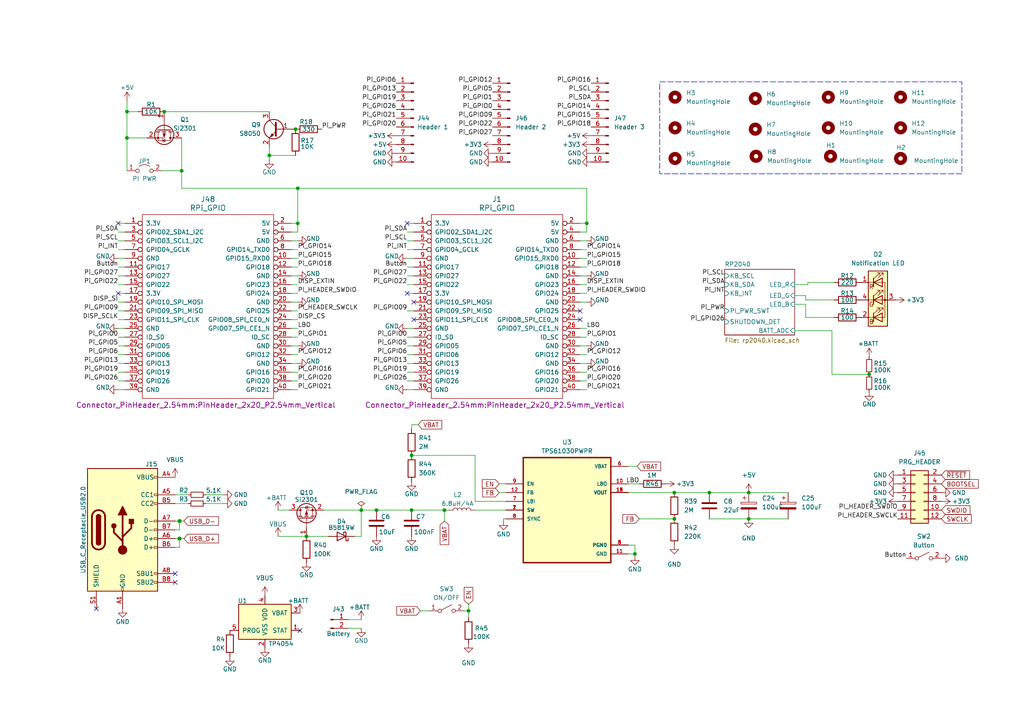
<source format=kicad_sch>
(kicad_sch (version 20230121) (generator eeschema)
  (paper "A4")
  (title_block (title "Beepy") (date "2023-04-21") (rev "1.0") (comment 1 "CERN Open Hardware Licence v1.2") (comment 2 "https://github.com/sqfmi/beepy-hardware") (comment 3 "Designed by SQFMI"))
  (lib_symbols
    (symbol "Battery_Management:MCP73831-2-OT" (pin_names (offset 1.016))
      (property "Reference" "U" (at -7.62 6.35 0))
      (property "Value" "MCP73831-2-OT" (at 1.27 6.35 0))
      (symbol "MCP73831-2-OT_1_1"
        (pin output line (at 10.16 -2.54 180) (length 2.54) (name "STAT") (number "1"))
        (pin power_in line (at 0 -7.62 90) (length 2.54) (name "VSS") (number "2"))
        (pin power_out line (at 10.16 2.54 180) (length 2.54) (name "VBAT") (number "3"))
        (pin power_in line (at 0 7.62 270) (length 2.54) (name "VDD") (number "4"))
        (pin input line (at -10.16 -2.54 0) (length 2.54) (name "PROG") (number "5"))
      )
    )
    (symbol "Connector-ML:RPi_GPIO" (pin_names (offset 1.016))
      (property "Reference" "J" (at 19.05 6.35 0))
      (property "Value" "RPi_GPIO" (at 19.05 3.81 0))
      (symbol "RPi_GPIO_1_1"
        (pin power_in inverted (at -5.08 0 0) (length 5.08) (name "3.3V") (number "1"))
        (pin bidirectional inverted (at 43.18 -10.16 180) (length 5.08) (name "GPIO15_RXD0") (number "10"))
        (pin bidirectional inverted (at -5.08 -12.7 0) (length 5.08) (name "GPIO17") (number "11"))
        (pin bidirectional inverted (at 43.18 -12.7 180) (length 5.08) (name "GPIO18") (number "12"))
        (pin bidirectional inverted (at -5.08 -15.24 0) (length 5.08) (name "GPIO27") (number "13"))
        (pin power_in inverted (at 43.18 -15.24 180) (length 5.08) (name "GND") (number "14"))
        (pin bidirectional inverted (at -5.08 -17.78 0) (length 5.08) (name "GPIO22") (number "15"))
        (pin bidirectional inverted (at 43.18 -17.78 180) (length 5.08) (name "GPIO23") (number "16"))
        (pin power_in inverted (at -5.08 -20.32 0) (length 5.08) (name "3.3V") (number "17"))
        (pin bidirectional inverted (at 43.18 -20.32 180) (length 5.08) (name "GPIO24") (number "18"))
        (pin bidirectional inverted (at -5.08 -22.86 0) (length 5.08) (name "GPIO10_SPI_MOSI") (number "19"))
        (pin power_in inverted (at 43.18 0 180) (length 5.08) (name "5V") (number "2"))
        (pin power_in inverted (at 43.18 -22.86 180) (length 5.08) (name "GND") (number "20"))
        (pin bidirectional inverted (at -5.08 -25.4 0) (length 5.08) (name "GPIO09_SPI_MISO") (number "21"))
        (pin bidirectional inverted (at 43.18 -25.4 180) (length 5.08) (name "GPIO25") (number "22"))
        (pin bidirectional inverted (at -5.08 -27.94 0) (length 5.08) (name "GPIO11_SPI_CLK") (number "23"))
        (pin bidirectional inverted (at 43.18 -27.94 180) (length 5.08) (name "GPIO08_SPI_CE0_N") (number "24"))
        (pin power_in inverted (at -5.08 -30.48 0) (length 5.08) (name "GND") (number "25"))
        (pin bidirectional inverted (at 43.18 -30.48 180) (length 5.08) (name "GPIO07_SPI_CE1_N") (number "26"))
        (pin bidirectional inverted (at -5.08 -33.02 0) (length 5.08) (name "ID_SD") (number "27"))
        (pin bidirectional inverted (at 43.18 -33.02 180) (length 5.08) (name "ID_SC") (number "28"))
        (pin bidirectional inverted (at -5.08 -35.56 0) (length 5.08) (name "GPIO05") (number "29"))
        (pin bidirectional inverted (at -5.08 -2.54 0) (length 5.08) (name "GPIO02_SDA1_I2C") (number "3"))
        (pin power_in inverted (at 43.18 -35.56 180) (length 5.08) (name "GND") (number "30"))
        (pin bidirectional inverted (at -5.08 -38.1 0) (length 5.08) (name "GPIO06") (number "31"))
        (pin bidirectional inverted (at 43.18 -38.1 180) (length 5.08) (name "GPIO12") (number "32"))
        (pin bidirectional inverted (at -5.08 -40.64 0) (length 5.08) (name "GPIO13") (number "33"))
        (pin power_in inverted (at 43.18 -40.64 180) (length 5.08) (name "GND") (number "34"))
        (pin bidirectional inverted (at -5.08 -43.18 0) (length 5.08) (name "GPIO19") (number "35"))
        (pin bidirectional inverted (at 43.18 -43.18 180) (length 5.08) (name "GPIO16") (number "36"))
        (pin bidirectional inverted (at -5.08 -45.72 0) (length 5.08) (name "GPIO26") (number "37"))
        (pin bidirectional inverted (at 43.18 -45.72 180) (length 5.08) (name "GPIO20") (number "38"))
        (pin power_in inverted (at -5.08 -48.26 0) (length 5.08) (name "GND") (number "39"))
        (pin power_in inverted (at 43.18 -2.54 180) (length 5.08) (name "5V") (number "4"))
        (pin bidirectional inverted (at 43.18 -48.26 180) (length 5.08) (name "GPIO21") (number "40"))
        (pin bidirectional inverted (at -5.08 -5.08 0) (length 5.08) (name "GPIO03_SCL1_I2C") (number "5"))
        (pin power_in inverted (at 43.18 -5.08 180) (length 5.08) (name "GND") (number "6"))
        (pin bidirectional inverted (at -5.08 -7.62 0) (length 5.08) (name "GPIO04_GCLK") (number "7"))
        (pin bidirectional inverted (at 43.18 -7.62 180) (length 5.08) (name "GPIO14_TXD0") (number "8"))
        (pin power_in inverted (at -5.08 -10.16 0) (length 5.08) (name "GND") (number "9"))
      )
    )
    (symbol "Connector:Conn_01x02_Male" (pin_names (offset 1.016) hide)
      (property "Reference" "J" (at 0 2.54 0))
      (property "Value" "Conn_01x02_Male" (at 0 -5.08 0))
      (symbol "Conn_01x02_Male_1_1"
        (pin passive line (at 5.08 0 180) (length 3.81) (name "Pin_1") (number "1"))
        (pin passive line (at 5.08 -2.54 180) (length 3.81) (name "Pin_2") (number "2"))
      )
    )
    (symbol "Connector:Conn_01x10_Male" (pin_names (offset 1.016) hide)
      (property "Reference" "J" (at 0 12.7 0))
      (property "Value" "Conn_01x10_Male" (at 0 -15.24 0))
      (symbol "Conn_01x10_Male_1_1"
        (pin passive line (at 5.08 10.16 180) (length 3.81) (name "Pin_1") (number "1"))
        (pin passive line (at 5.08 -12.7 180) (length 3.81) (name "Pin_10") (number "10"))
        (pin passive line (at 5.08 7.62 180) (length 3.81) (name "Pin_2") (number "2"))
        (pin passive line (at 5.08 5.08 180) (length 3.81) (name "Pin_3") (number "3"))
        (pin passive line (at 5.08 2.54 180) (length 3.81) (name "Pin_4") (number "4"))
        (pin passive line (at 5.08 0 180) (length 3.81) (name "Pin_5") (number "5"))
        (pin passive line (at 5.08 -2.54 180) (length 3.81) (name "Pin_6") (number "6"))
        (pin passive line (at 5.08 -5.08 180) (length 3.81) (name "Pin_7") (number "7"))
        (pin passive line (at 5.08 -7.62 180) (length 3.81) (name "Pin_8") (number "8"))
        (pin passive line (at 5.08 -10.16 180) (length 3.81) (name "Pin_9") (number "9"))
      )
    )
    (symbol "Connector:USB_C_Receptacle_USB2.0" (pin_names (offset 1.016))
      (property "Reference" "J" (at -10.16 19.05 0))
      (property "Value" "USB_C_Receptacle_USB2.0" (at 19.05 19.05 0))
      (symbol "USB_C_Receptacle_USB2.0_1_1"
        (pin passive line (at 0 -22.86 90) (length 5.08) (name "GND") (number "A1"))
        (pin passive line (at 0 -22.86 90) (length 5.08) hide (name "GND") (number "A12"))
        (pin passive line (at 15.24 15.24 180) (length 5.08) (name "VBUS") (number "A4"))
        (pin bidirectional line (at 15.24 10.16 180) (length 5.08) (name "CC1") (number "A5"))
        (pin bidirectional line (at 15.24 -2.54 180) (length 5.08) (name "D+") (number "A6"))
        (pin bidirectional line (at 15.24 2.54 180) (length 5.08) (name "D-") (number "A7"))
        (pin bidirectional line (at 15.24 -12.7 180) (length 5.08) (name "SBU1") (number "A8"))
        (pin passive line (at 15.24 15.24 180) (length 5.08) hide (name "VBUS") (number "A9"))
        (pin passive line (at 0 -22.86 90) (length 5.08) hide (name "GND") (number "B1"))
        (pin passive line (at 0 -22.86 90) (length 5.08) hide (name "GND") (number "B12"))
        (pin passive line (at 15.24 15.24 180) (length 5.08) hide (name "VBUS") (number "B4"))
        (pin bidirectional line (at 15.24 7.62 180) (length 5.08) (name "CC2") (number "B5"))
        (pin bidirectional line (at 15.24 -5.08 180) (length 5.08) (name "D+") (number "B6"))
        (pin bidirectional line (at 15.24 0 180) (length 5.08) (name "D-") (number "B7"))
        (pin bidirectional line (at 15.24 -15.24 180) (length 5.08) (name "SBU2") (number "B8"))
        (pin passive line (at 15.24 15.24 180) (length 5.08) hide (name "VBUS") (number "B9"))
        (pin passive line (at -7.62 -22.86 90) (length 5.08) (name "SHIELD") (number "S1"))
      )
    )
    (symbol "Connector_Generic:Conn_02x06_Odd_Even" (pin_names (offset 1.016) hide)
      (property "Reference" "J" (at 1.27 7.62 0))
      (property "Value" "Conn_02x06_Odd_Even" (at 1.27 -10.16 0))
      (symbol "Conn_02x06_Odd_Even_1_1"
        (pin passive line (at -5.08 5.08 0) (length 3.81) (name "Pin_1") (number "1"))
        (pin passive line (at 7.62 -5.08 180) (length 3.81) (name "Pin_10") (number "10"))
        (pin passive line (at -5.08 -7.62 0) (length 3.81) (name "Pin_11") (number "11"))
        (pin passive line (at 7.62 -7.62 180) (length 3.81) (name "Pin_12") (number "12"))
        (pin passive line (at 7.62 5.08 180) (length 3.81) (name "Pin_2") (number "2"))
        (pin passive line (at -5.08 2.54 0) (length 3.81) (name "Pin_3") (number "3"))
        (pin passive line (at 7.62 2.54 180) (length 3.81) (name "Pin_4") (number "4"))
        (pin passive line (at -5.08 0 0) (length 3.81) (name "Pin_5") (number "5"))
        (pin passive line (at 7.62 0 180) (length 3.81) (name "Pin_6") (number "6"))
        (pin passive line (at -5.08 -2.54 0) (length 3.81) (name "Pin_7") (number "7"))
        (pin passive line (at 7.62 -2.54 180) (length 3.81) (name "Pin_8") (number "8"))
        (pin passive line (at -5.08 -5.08 0) (length 3.81) (name "Pin_9") (number "9"))
      )
    )
    (symbol "Device:C" (pin_numbers hide) (pin_names (offset 0.254))
      (property "Reference" "C" (at 0.635 2.54 0))
      (property "Value" "C" (at 0.635 -2.54 0))
      (symbol "C_1_1"
        (pin passive line (at 0 3.81 270) (length 2.794) (name "~") (number "1"))
        (pin passive line (at 0 -3.81 90) (length 2.794) (name "~") (number "2"))
      )
    )
    (symbol "Device:C_Polarized" (pin_numbers hide) (pin_names (offset 0.254))
      (property "Reference" "C" (at 0.635 2.54 0))
      (property "Value" "C_Polarized" (at 0.635 -2.54 0))
      (symbol "C_Polarized_1_1"
        (pin passive line (at 0 3.81 270) (length 2.794) (name "~") (number "1"))
        (pin passive line (at 0 -3.81 90) (length 2.794) (name "~") (number "2"))
      )
    )
    (symbol "Device:D_Schottky" (pin_numbers hide) (pin_names (offset 1.016) hide)
      (property "Reference" "D" (at 0 2.54 0))
      (property "Value" "D_Schottky" (at 0 -2.54 0))
      (symbol "D_Schottky_1_1"
        (pin passive line (at -3.81 0 0) (length 2.54) (name "K") (number "1"))
        (pin passive line (at 3.81 0 180) (length 2.54) (name "A") (number "2"))
      )
    )
    (symbol "Device:L" (pin_numbers hide) (pin_names (offset 1.016) hide)
      (property "Reference" "L" (at -1.27 0 90))
      (property "Value" "L" (at 1.905 0 90))
      (symbol "L_1_1"
        (pin passive line (at 0 3.81 270) (length 1.27) (name "1") (number "1"))
        (pin passive line (at 0 -3.81 90) (length 1.27) (name "2") (number "2"))
      )
    )
    (symbol "Device:LED_RBAG" (pin_names (offset 0) hide)
      (property "Reference" "D" (at 0 9.398 0))
      (property "Value" "LED_RBAG" (at 0 -8.89 0))
      (symbol "LED_RBAG_0_0"
        (text "B" (at -1.905 -6.35 0) (effects (font (size 1.27 1.27))))
        (text "G" (at -1.905 -1.27 0) (effects (font (size 1.27 1.27))))
        (text "R" (at -1.905 3.81 0) (effects (font (size 1.27 1.27))))
      )
      (symbol "LED_RBAG_1_1"
        (pin passive line (at -5.08 5.08 0) (length 2.54) (name "RK") (number "1"))
        (pin passive line (at -5.08 -5.08 0) (length 2.54) (name "BK") (number "2"))
        (pin passive line (at 5.08 0 180) (length 2.54) (name "A") (number "3"))
        (pin passive line (at -5.08 0 0) (length 2.54) (name "GK") (number "4"))
      )
    )
    (symbol "Device:Q_NPN_BEC" (pin_names (offset 0) hide)
      (property "Reference" "Q" (at 5.08 1.27 0))
      (property "Value" "Q_NPN_BEC" (at 5.08 -1.27 0))
      (symbol "Q_NPN_BEC_1_1"
        (pin input line (at -5.08 0 0) (length 5.715) (name "B") (number "1"))
        (pin passive line (at 2.54 -5.08 90) (length 2.54) (name "E") (number "2"))
        (pin passive line (at 2.54 5.08 270) (length 2.54) (name "C") (number "3"))
      )
    )
    (symbol "Device:R" (pin_numbers hide) (pin_names (offset 0))
      (property "Reference" "R" (at 2.032 0 90))
      (property "Value" "R" (at 0 0 90))
      (symbol "R_1_1"
        (pin passive line (at 0 3.81 270) (length 1.27) (name "~") (number "1"))
        (pin passive line (at 0 -3.81 90) (length 1.27) (name "~") (number "2"))
      )
    )
    (symbol "Device:R_Small" (pin_numbers hide) (pin_names (offset 0.254) hide)
      (property "Reference" "R" (at 0.762 0.508 0))
      (property "Value" "R_Small" (at 0.762 -1.016 0))
      (symbol "R_Small_1_1"
        (pin passive line (at 0 2.54 270) (length 0.762) (name "~") (number "1"))
        (pin passive line (at 0 -2.54 90) (length 0.762) (name "~") (number "2"))
      )
    )
    (symbol "Jumper:Jumper_2_Open" (pin_names (offset 0) hide)
      (property "Reference" "JP" (at 0 2.794 0))
      (property "Value" "Jumper_2_Open" (at 0 -2.286 0))
      (symbol "Jumper_2_Open_1_1"
        (pin passive line (at -5.08 0 0) (length 2.54) (name "A") (number "1"))
        (pin passive line (at 5.08 0 180) (length 2.54) (name "B") (number "2"))
      )
    )
    (symbol "Mechanical:MountingHole" (pin_names (offset 1.016))
      (property "Reference" "H" (at 0 5.08 0))
      (property "Value" "MountingHole" (at 0 3.175 0))
    )
    (symbol "Switch:SW_SPST" (pin_names (offset 0) hide)
      (property "Reference" "SW" (at 0 3.175 0))
      (property "Value" "SW_SPST" (at 0 -2.54 0))
      (symbol "SW_SPST_1_1"
        (pin passive line (at -5.08 0 0) (length 2.54) (name "A") (number "1"))
        (pin passive line (at 5.08 0 180) (length 2.54) (name "B") (number "2"))
      )
    )
    (symbol "Transistor_FET:DMG2301L" (pin_names hide)
      (property "Reference" "Q" (at 5.08 1.905 0))
      (property "Value" "DMG2301L" (at 5.08 0 0))
      (symbol "DMG2301L_1_1"
        (pin input line (at -5.08 0 0) (length 2.54) (name "G") (number "1"))
        (pin passive line (at 2.54 -5.08 90) (length 2.54) (name "S") (number "2"))
        (pin passive line (at 2.54 5.08 270) (length 2.54) (name "D") (number "3"))
      )
    )
    (symbol "Transistor_FET:FDN340P" (pin_names hide)
      (property "Reference" "Q" (at 5.08 1.905 0))
      (property "Value" "FDN340P" (at 5.08 0 0))
      (symbol "FDN340P_1_1"
        (pin input line (at -5.08 0 0) (length 2.54) (name "G") (number "1"))
        (pin passive line (at 2.54 -5.08 90) (length 2.54) (name "S") (number "2"))
        (pin passive line (at 2.54 5.08 270) (length 2.54) (name "D") (number "3"))
      )
    )
    (symbol "beepy:TPS61030PWPR" (pin_names (offset 1.016))
      (property "Reference" "U" (at -12.7 16.2306 0))
      (property "Value" "TPS61030PWPR" (at -12.7 -19.2278 0))
      (symbol "TPS61030PWPR_0_0"
        (pin input line (at -17.78 0 0) (length 5.08) (name "SW") (number "1"))
        (pin output line (at 17.78 7.62 180) (length 5.08) (name "LBO") (number "10"))
        (pin power_in line (at 17.78 -12.7 180) (length 5.08) (name "GND") (number "11"))
        (pin input line (at -17.78 5.08 0) (length 5.08) (name "FB") (number "12"))
        (pin output line (at 17.78 5.08 180) (length 5.08) (name "VOUT") (number "13"))
        (pin output line (at 17.78 5.08 180) (length 5.08) (name "VOUT") (number "14"))
        (pin output line (at 17.78 5.08 180) (length 5.08) (name "VOUT") (number "15"))
        (pin input line (at -17.78 0 0) (length 5.08) (name "SW") (number "2"))
        (pin power_in line (at 17.78 -10.16 180) (length 5.08) (name "PGND") (number "3"))
        (pin power_in line (at 17.78 -10.16 180) (length 5.08) (name "PGND") (number "4"))
        (pin power_in line (at 17.78 -10.16 180) (length 5.08) (name "PGND") (number "5"))
        (pin power_in line (at 17.78 12.7 180) (length 5.08) (name "VBAT") (number "6"))
        (pin input line (at -17.78 2.54 0) (length 5.08) (name "LBI") (number "7"))
        (pin input line (at -17.78 -2.54 0) (length 5.08) (name "SYNC") (number "8"))
        (pin input line (at -17.78 7.62 0) (length 5.08) (name "EN") (number "9"))
      )
    )
    (symbol "power:+3.3V" (power) (pin_names (offset 0))
      (property "Value" "+3.3V" (at 0 3.556 0))
      (symbol "+3.3V_1_1"
        (pin power_in line (at 0 0 90) (length 0) hide (name "+3V3") (number "1"))
      )
    )
    (symbol "power:+5V" (power) (pin_names (offset 0))
      (property "Value" "+5V" (at 0 3.556 0))
      (symbol "+5V_1_1"
        (pin power_in line (at 0 0 90) (length 0) hide (name "+5V") (number "1"))
      )
    )
    (symbol "power:+BATT" (power) (pin_names (offset 0))
      (property "Value" "+BATT" (at 0 3.556 0))
      (symbol "+BATT_1_1"
        (pin power_in line (at 0 0 90) (length 0) hide (name "+BATT") (number "1"))
      )
    )
    (symbol "power:GND" (power) (pin_names (offset 0))
      (property "Value" "GND" (at 0 -3.81 0))
      (symbol "GND_1_1"
        (pin power_in line (at 0 0 270) (length 0) hide (name "GND") (number "1"))
      )
    )
    (symbol "power:PWR_FLAG" (power) (pin_numbers hide) (pin_names (offset 0) hide)
      (property "Value" "PWR_FLAG" (at 0 3.81 0))
      (symbol "PWR_FLAG_0_0"
        (pin power_out line (at 0 0 90) (length 0) (name "pwr") (number "1"))
      )
    )
    (symbol "power:VBUS" (power) (pin_names (offset 0))
      (property "Value" "VBUS" (at 0 3.81 0))
      (symbol "VBUS_1_1"
        (pin power_in line (at 0 0 90) (length 0) hide (name "VBUS") (number "1"))
      )
    )
  )
  (junction (at 86.36 54.61))
  (junction (at 52.705 49.53))
  (junction (at 184.15 160.655))
  (junction (at 119.38 132.08))
  (junction (at 104.775 147.955))
  (junction (at 52.07 156.21) (diameter 1.016))
  (junction (at 170.18 64.77))
  (junction (at 252.095 108.585))
  (junction (at 47.625 32.385))
  (junction (at 78.105 45.085))
  (junction (at 119.38 147.955))
  (junction (at 195.58 142.875))
  (junction (at 52.07 151.13) (diameter 1.016))
  (junction (at 85.725 37.465))
  (junction (at 36.83 32.385))
  (junction (at 135.89 177.165))
  (junction (at 128.905 147.955))
  (junction (at 36.83 40.005))
  (junction (at 109.22 147.955))
  (junction (at 86.36 64.77))
  (junction (at 195.58 150.495))
  (junction (at 217.17 142.875))
  (junction (at 205.74 142.875))
  (junction (at 88.9 155.575))
  (junction (at 217.17 150.495))
  (no_connect (at 34.29 85.09))
  (no_connect (at 34.29 64.77))
  (no_connect (at 27.94 176.53))
  (no_connect (at 118.11 85.09))
  (no_connect (at 120.015 87.63))
  (no_connect (at 50.8 166.37))
  (no_connect (at 168.275 92.71))
  (no_connect (at 86.995 182.88))
  (no_connect (at 118.11 64.77))
  (no_connect (at 120.015 92.71))
  (no_connect (at 168.275 90.17))
  (no_connect (at 50.8 168.91))
  (wire (pts (xy 168.275 67.31) (xy 170.18 67.31)))
  (wire (pts (xy 233.68 85.725) (xy 233.68 86.995)))
  (wire (pts (xy 34.29 72.39) (xy 36.195 72.39)))
  (wire (pts (xy 84.455 90.17) (xy 86.36 90.17)))
  (wire (pts (xy 168.275 113.03) (xy 170.18 113.03)))
  (wire (pts (xy 119.38 123.19) (xy 121.285 123.19)))
  (wire (pts (xy 84.455 85.09) (xy 86.36 85.09)))
  (wire (pts (xy 128.905 147.955) (xy 130.175 147.955)))
  (wire (pts (xy 84.455 64.77) (xy 86.36 64.77)))
  (wire (pts (xy 168.275 87.63) (xy 170.18 87.63)))
  (wire (pts (xy 34.29 80.01) (xy 36.195 80.01)))
  (wire (pts (xy 52.705 40.005) (xy 52.705 49.53)))
  (wire (pts (xy 234.315 82.55) (xy 234.315 81.915)))
  (wire (pts (xy 86.36 54.61) (xy 86.36 64.77)))
  (wire (pts (xy 86.36 64.77) (xy 86.36 67.31)))
  (wire (pts (xy 34.29 100.33) (xy 36.195 100.33)))
  (wire (pts (xy 84.455 72.39) (xy 86.36 72.39)))
  (wire (pts (xy 53.34 151.13) (xy 52.07 151.13)))
  (wire (pts (xy 34.29 67.31) (xy 36.195 67.31)))
  (wire (pts (xy 146.685 145.415) (xy 137.795 145.415)))
  (wire (pts (xy 84.455 113.03) (xy 86.36 113.03)))
  (wire (pts (xy 78.105 46.355) (xy 78.105 45.085)))
  (wire (pts (xy 168.275 107.95) (xy 170.18 107.95)))
  (wire (pts (xy 170.18 54.61) (xy 170.18 64.77)))
  (wire (pts (xy 34.29 107.95) (xy 36.195 107.95)))
  (wire (pts (xy 59.69 146.05) (xy 64.77 146.05)))
  (wire (pts (xy 118.11 82.55) (xy 120.015 82.55)))
  (wire (pts (xy 84.455 100.33) (xy 86.36 100.33)))
  (wire (pts (xy 50.8 151.13) (xy 52.07 151.13)))
  (wire (pts (xy 205.74 150.495) (xy 217.17 150.495)))
  (wire (pts (xy 184.15 160.655) (xy 184.15 158.115)))
  (wire (pts (xy 84.455 95.25) (xy 86.36 95.25)))
  (wire (pts (xy 168.275 64.77) (xy 170.18 64.77)))
  (wire (pts (xy 241.3 95.885) (xy 241.3 108.585)))
  (wire (pts (xy 80.645 155.575) (xy 88.9 155.575)))
  (wire (pts (xy 118.11 102.87) (xy 120.015 102.87)))
  (wire (pts (xy 134.62 177.165) (xy 135.89 177.165)))
  (wire (pts (xy 118.11 77.47) (xy 120.015 77.47)))
  (wire (pts (xy 47.625 32.385) (xy 78.105 32.385)))
  (wire (pts (xy 217.17 142.875) (xy 228.6 142.875)))
  (wire (pts (xy 118.11 97.79) (xy 120.015 97.79)))
  (wire (pts (xy 34.29 105.41) (xy 36.195 105.41)))
  (wire (pts (xy 121.92 177.165) (xy 124.46 177.165)))
  (wire (pts (xy 241.3 108.585) (xy 252.095 108.585)))
  (wire (pts (xy 135.89 175.26) (xy 135.89 177.165)))
  (wire (pts (xy 52.705 54.61) (xy 86.36 54.61)))
  (wire (pts (xy 36.83 32.385) (xy 40.005 32.385)))
  (wire (pts (xy 34.29 110.49) (xy 36.195 110.49)))
  (wire (pts (xy 36.83 40.005) (xy 42.545 40.005)))
  (wire (pts (xy 168.275 85.09) (xy 170.18 85.09)))
  (wire (pts (xy 233.68 86.995) (xy 241.935 86.995)))
  (wire (pts (xy 168.275 110.49) (xy 170.18 110.49)))
  (wire (pts (xy 36.83 40.005) (xy 36.83 49.53)))
  (wire (pts (xy 135.89 177.165) (xy 135.89 179.07)))
  (wire (pts (xy 118.11 64.77) (xy 120.015 64.77)))
  (wire (pts (xy 84.455 110.49) (xy 86.36 110.49)))
  (wire (pts (xy 84.455 92.71) (xy 86.36 92.71)))
  (wire (pts (xy 118.11 90.17) (xy 120.015 90.17)))
  (wire (pts (xy 195.58 142.875) (xy 205.74 142.875)))
  (wire (pts (xy 137.795 145.415) (xy 137.795 132.08)))
  (wire (pts (xy 168.275 77.47) (xy 170.18 77.47)))
  (wire (pts (xy 46.99 49.53) (xy 52.705 49.53)))
  (wire (pts (xy 230.505 95.885) (xy 241.3 95.885)))
  (wire (pts (xy 34.29 90.17) (xy 36.195 90.17)))
  (wire (pts (xy 36.83 32.385) (xy 36.83 40.005)))
  (wire (pts (xy 144.78 142.875) (xy 146.685 142.875)))
  (wire (pts (xy 59.69 143.51) (xy 64.77 143.51)))
  (wire (pts (xy 146.05 150.495) (xy 146.685 150.495)))
  (wire (pts (xy 84.455 74.93) (xy 86.36 74.93)))
  (wire (pts (xy 50.8 143.51) (xy 54.61 143.51)))
  (wire (pts (xy 168.275 102.87) (xy 170.18 102.87)))
  (wire (pts (xy 184.15 161.29) (xy 184.15 160.655)))
  (wire (pts (xy 168.275 100.33) (xy 170.18 100.33)))
  (wire (pts (xy 34.29 97.79) (xy 36.195 97.79)))
  (wire (pts (xy 34.29 74.93) (xy 36.195 74.93)))
  (wire (pts (xy 34.29 87.63) (xy 36.195 87.63)))
  (wire (pts (xy 52.07 153.67) (xy 52.07 151.13)))
  (wire (pts (xy 84.455 69.85) (xy 86.36 69.85)))
  (wire (pts (xy 184.15 158.115) (xy 182.245 158.115)))
  (wire (pts (xy 118.11 74.93) (xy 120.015 74.93)))
  (wire (pts (xy 137.795 147.955) (xy 146.685 147.955)))
  (wire (pts (xy 86.36 54.61) (xy 170.18 54.61)))
  (wire (pts (xy 52.705 49.53) (xy 52.705 54.61)))
  (wire (pts (xy 118.11 72.39) (xy 120.015 72.39)))
  (wire (pts (xy 168.275 69.85) (xy 170.18 69.85)))
  (wire (pts (xy 118.11 110.49) (xy 120.015 110.49)))
  (wire (pts (xy 118.11 85.09) (xy 120.015 85.09)))
  (wire (pts (xy 230.505 85.725) (xy 233.68 85.725)))
  (wire (pts (xy 84.455 97.79) (xy 86.36 97.79)))
  (wire (pts (xy 34.29 69.85) (xy 36.195 69.85)))
  (wire (pts (xy 34.29 85.09) (xy 36.195 85.09)))
  (wire (pts (xy 182.245 142.875) (xy 195.58 142.875)))
  (wire (pts (xy 80.645 147.955) (xy 83.82 147.955)))
  (wire (pts (xy 50.8 153.67) (xy 52.07 153.67)))
  (wire (pts (xy 205.74 142.875) (xy 217.17 142.875)))
  (wire (pts (xy 144.78 140.335) (xy 146.685 140.335)))
  (wire (pts (xy 84.455 77.47) (xy 86.36 77.47)))
  (wire (pts (xy 109.22 147.955) (xy 119.38 147.955)))
  (wire (pts (xy 88.9 155.575) (xy 95.25 155.575)))
  (wire (pts (xy 182.245 140.335) (xy 185.42 140.335)))
  (wire (pts (xy 100.965 182.245) (xy 104.775 182.245)))
  (wire (pts (xy 119.38 124.46) (xy 119.38 123.19)))
  (wire (pts (xy 34.29 113.03) (xy 36.195 113.03)))
  (wire (pts (xy 34.29 64.77) (xy 36.195 64.77)))
  (wire (pts (xy 84.455 82.55) (xy 86.36 82.55)))
  (wire (pts (xy 182.245 160.655) (xy 184.15 160.655)))
  (wire (pts (xy 52.07 158.75) (xy 52.07 156.21)))
  (wire (pts (xy 118.11 69.85) (xy 120.015 69.85)))
  (wire (pts (xy 34.29 77.47) (xy 36.195 77.47)))
  (wire (pts (xy 104.775 147.955) (xy 104.775 155.575)))
  (wire (pts (xy 230.505 88.265) (xy 233.68 88.265)))
  (wire (pts (xy 84.455 102.87) (xy 86.36 102.87)))
  (wire (pts (xy 52.07 156.21) (xy 53.34 156.21)))
  (wire (pts (xy 146.05 151.13) (xy 146.05 150.495)))
  (wire (pts (xy 34.29 102.87) (xy 36.195 102.87)))
  (wire (pts (xy 104.775 155.575) (xy 102.87 155.575)))
  (wire (pts (xy 182.245 135.255) (xy 184.785 135.255)))
  (wire (pts (xy 84.455 80.01) (xy 86.36 80.01)))
  (wire (pts (xy 119.38 132.08) (xy 137.795 132.08)))
  (wire (pts (xy 185.42 150.495) (xy 195.58 150.495)))
  (wire (pts (xy 50.8 156.21) (xy 52.07 156.21)))
  (wire (pts (xy 170.18 64.77) (xy 170.18 67.31)))
  (wire (pts (xy 118.11 105.41) (xy 120.015 105.41)))
  (wire (pts (xy 84.455 105.41) (xy 86.36 105.41)))
  (wire (pts (xy 168.275 80.01) (xy 170.18 80.01)))
  (wire (pts (xy 50.8 146.05) (xy 54.61 146.05)))
  (wire (pts (xy 233.68 92.075) (xy 241.935 92.075)))
  (wire (pts (xy 119.38 147.955) (xy 128.905 147.955)))
  (wire (pts (xy 50.8 158.75) (xy 52.07 158.75)))
  (wire (pts (xy 234.315 81.915) (xy 241.935 81.915)))
  (wire (pts (xy 128.905 147.955) (xy 128.905 151.13)))
  (wire (pts (xy 168.275 74.93) (xy 170.18 74.93)))
  (wire (pts (xy 217.17 150.495) (xy 228.6 150.495)))
  (wire (pts (xy 168.275 97.79) (xy 170.18 97.79)))
  (wire (pts (xy 34.29 95.25) (xy 36.195 95.25)))
  (wire (pts (xy 104.775 147.955) (xy 109.22 147.955)))
  (wire (pts (xy 93.98 147.955) (xy 104.775 147.955)))
  (wire (pts (xy 36.83 29.21) (xy 36.83 32.385)))
  (wire (pts (xy 84.455 107.95) (xy 86.36 107.95)))
  (wire (pts (xy 34.29 92.71) (xy 36.195 92.71)))
  (wire (pts (xy 85.725 45.085) (xy 78.105 45.085)))
  (wire (pts (xy 100.965 179.705) (xy 104.775 179.705)))
  (wire (pts (xy 78.105 42.545) (xy 78.105 45.085)))
  (wire (pts (xy 84.455 87.63) (xy 86.36 87.63)))
  (wire (pts (xy 168.275 72.39) (xy 170.18 72.39)))
  (wire (pts (xy 118.11 113.03) (xy 120.015 113.03)))
  (wire (pts (xy 233.68 88.265) (xy 233.68 92.075)))
  (wire (pts (xy 34.29 82.55) (xy 36.195 82.55)))
  (wire (pts (xy 168.275 82.55) (xy 170.18 82.55)))
  (wire (pts (xy 118.11 107.95) (xy 120.015 107.95)))
  (wire (pts (xy 168.275 105.41) (xy 170.18 105.41)))
  (wire (pts (xy 84.455 67.31) (xy 86.36 67.31)))
  (wire (pts (xy 118.11 100.33) (xy 120.015 100.33)))
  (wire (pts (xy 168.275 95.25) (xy 170.18 95.25)))
  (wire (pts (xy 230.505 82.55) (xy 234.315 82.55)))
  (wire (pts (xy 118.11 67.31) (xy 120.015 67.31)))
  (wire (pts (xy 118.11 95.25) (xy 120.015 95.25)))
  (wire (pts (xy 118.11 80.01) (xy 120.015 80.01)))
  (rectangle (start 191.3502 23.7401) (end 278.9802 50.4101) (stroke (width 0) (type dash)))
  (label "Pi_GPIO09" (at 34.29 90.17 180))
  (label "Pi_SDA" (at 210.185 82.55 180))
  (label "Pi_GPIO6" (at 114.935 24.13 180))
  (label "Pi_GPIO22" (at 118.11 82.55 180))
  (label "Pi_GPIO6" (at 118.11 102.87 180))
  (label "Pi_GPIO21" (at 114.935 34.29 180))
  (label "Pi_GPIO5" (at 34.29 100.33 180))
  (label "Pi_SDA" (at 118.11 67.31 180))
  (label "Pi_SDA" (at 34.29 67.31 180))
  (label "Pi_GPIO21" (at 86.36 113.03 0))
  (label "Pi_INT" (at 210.185 85.09 180))
  (label "Pi_GPIO1" (at 142.875 29.21 180))
  (label "Pi_SCL" (at 118.11 69.85 180))
  (label "PI_HEADER_SWDIO" (at 260.35 147.955 180))
  (label "Pi_GPIO19" (at 118.11 107.95 180))
  (label "Pi_GPIO15" (at 170.18 74.93 0))
  (label "Pi_GPIO27" (at 142.875 39.37 180))
  (label "Button" (at 118.11 77.47 180))
  (label "Pi_GPIO20" (at 114.935 36.83 180))
  (label "Pi_GPIO19" (at 114.935 29.21 180))
  (label "Pi_GPIO12" (at 142.875 24.13 180))
  (label "LBO" (at 170.18 95.25 0))
  (label "Pi_GPIO14" (at 171.45 31.75 180))
  (label "Pi_GPIO15" (at 86.36 74.93 0))
  (label "Pi_PWR" (at 93.345 37.465 0))
  (label "Pi_GPIO18" (at 170.18 77.47 0))
  (label "Pi_GPIO22" (at 142.875 36.83 180))
  (label "DISP_EXTIN" (at 86.36 82.55 0))
  (label "Pi_SCL" (at 171.45 26.67 180))
  (label "Pi_GPIO20" (at 86.36 110.49 0))
  (label "Pi_GPIO16" (at 171.45 24.13 180))
  (label "Pi_GPIO09" (at 118.11 90.17 180))
  (label "Button" (at 34.29 77.47 180))
  (label "DISP_SCLK" (at 34.29 92.71 180))
  (label "Button" (at 262.89 161.925 180))
  (label "Pi_GPIO21" (at 170.18 113.03 0))
  (label "DISP_EXTIN" (at 170.18 82.55 0))
  (label "Pi_GPIO6" (at 34.29 102.87 180))
  (label "Pi_GPIO0" (at 34.29 97.79 180))
  (label "Pi_GPIO12" (at 170.18 102.87 0))
  (label "Pi_GPIO16" (at 170.18 107.95 0))
  (label "Pi_GPIO13" (at 118.11 105.41 180))
  (label "Pi_SCL" (at 34.29 69.85 180))
  (label "Pi_SCL" (at 210.185 80.01 180))
  (label "Pi_GPIO16" (at 86.36 107.95 0))
  (label "Pi_GPIO26" (at 118.11 110.49 180))
  (label "Pi_GPIO14" (at 86.36 72.39 0))
  (label "PI_HEADER_SWDIO" (at 170.18 85.09 0))
  (label "Pi_GPIO1" (at 86.36 97.79 0))
  (label "Pi_GPIO18" (at 171.45 36.83 180))
  (label "Pi_GPIO14" (at 170.18 72.39 0))
  (label "Pi_GPIO09" (at 142.875 34.29 180))
  (label "Pi_SDA" (at 171.45 29.21 180))
  (label "Pi_GPIO26" (at 114.935 31.75 180))
  (label "Pi_GPIO5" (at 118.11 100.33 180))
  (label "PI_HEADER_SWCLK" (at 260.35 150.495 180))
  (label "LBO" (at 86.36 95.25 0))
  (label "Pi_GPIO26" (at 34.29 110.49 180))
  (label "LBO" (at 185.42 140.335 180))
  (label "Pi_GPIO26" (at 210.185 93.345 180))
  (label "Pi_GPIO20" (at 170.18 110.49 0))
  (label "Pi_GPIO22" (at 34.29 82.55 180))
  (label "Pi_GPIO1" (at 170.18 97.79 0))
  (label "Pi_GPIO0" (at 118.11 97.79 180))
  (label "Pi_GPIO27" (at 34.29 80.01 180))
  (label "Pi_INT" (at 34.29 72.39 180))
  (label "Pi_GPIO0" (at 142.875 31.75 180))
  (label "Pi_GPIO19" (at 34.29 107.95 180))
  (label "Pi_GPIO18" (at 86.36 77.47 0))
  (label "Pi_GPIO13" (at 114.935 26.67 180))
  (label "PI_HEADER_SWDIO" (at 86.36 85.09 0))
  (label "Pi_GPIO12" (at 86.36 102.87 0))
  (label "Pi_GPIO27" (at 118.11 80.01 180))
  (label "Pi_PWR" (at 210.185 90.17 180))
  (label "DISP_CS" (at 86.36 92.71 0))
  (label "Pi_GPIO5" (at 142.875 26.67 180))
  (label "PI_HEADER_SWCLK" (at 86.36 90.17 0))
  (label "Pi_GPIO13" (at 34.29 105.41 180))
  (label "Pi_INT" (at 118.11 72.39 180))
  (label "Pi_GPIO15" (at 171.45 34.29 180))
  (label "DISP_SI" (at 34.29 87.63 180))
  (global_label "VBAT" (shape input) (at 128.905 151.13 270) (property "Intersheetrefs" "${INTERSHEET_REFS}" (effects hide)))
  (global_label "USB_D-" (shape input) (at 53.34 151.13 0) (property "Intersheetrefs" "${INTERSHEET_REFS}" (effects hide)))
  (global_label "BOOTSEL" (shape input) (at 273.05 140.335 0) (property "Intersheetrefs" "${INTERSHEET_REFS}" (effects hide)))
  (global_label "SWDIO" (shape input) (at 273.05 147.955 0) (property "Intersheetrefs" "${INTERSHEET_REFS}" (effects hide)))
  (global_label "USB_D+" (shape input) (at 53.34 156.21 0) (property "Intersheetrefs" "${INTERSHEET_REFS}" (effects hide)))
  (global_label "VBAT" (shape input) (at 184.785 135.255 0) (property "Intersheetrefs" "${INTERSHEET_REFS}" (effects hide)))
  (global_label "VBAT" (shape input) (at 121.285 123.19 0) (property "Intersheetrefs" "${INTERSHEET_REFS}" (effects hide)))
  (global_label "VBAT" (shape input) (at 121.92 177.165 180) (property "Intersheetrefs" "${INTERSHEET_REFS}" (effects hide)))
  (global_label "SWCLK" (shape input) (at 273.05 150.495 0) (property "Intersheetrefs" "${INTERSHEET_REFS}" (effects hide)))
  (global_label "~{RESET}" (shape input) (at 273.05 137.795 0) (property "Intersheetrefs" "${INTERSHEET_REFS}" (effects hide)))
  (global_label "FB" (shape input) (at 185.42 150.495 180) (property "Intersheetrefs" "${INTERSHEET_REFS}" (effects hide)))
  (global_label "FB" (shape input) (at 144.78 142.875 180) (property "Intersheetrefs" "${INTERSHEET_REFS}" (effects hide)))
  (global_label "EN" (shape input) (at 144.78 140.335 180) (property "Intersheetrefs" "${INTERSHEET_REFS}" (effects hide)))
  (global_label "EN" (shape input) (at 135.89 175.26 90) (property "Intersheetrefs" "${INTERSHEET_REFS}" (effects hide)))
  (symbol (lib_id "power:GND") (at 78.105 46.355 0) (mirror y) (unit 1)
    (property "Reference" "#PWR01" (effects hide))
    (property "Value" "GND" (at 78.105 49.911 0))
  )
  (symbol (lib_id "Device:C") (at 109.22 151.765 0) (unit 1)
    (property "Reference" "C6" (at 110.49 149.86 0) (effects (justify left)))
    (property "Value" "10uF" (at 109.855 154.305 0) (effects (justify left)))
    (property "Footprint" "Capacitor_SMD:C_0603_1608Metric" (effects hide))
  )
  (symbol (lib_id "power:GND") (at 118.11 74.93 270) (mirror x) (unit 1)
    (property "Reference" "#PWR062" (effects hide))
    (property "Value" "GND" (at 113.665 74.295 90))
  )
  (symbol (lib_id "power:+3.3V") (at 259.715 86.995 270) (unit 1)
    (property "Reference" "#PWR052" (effects hide))
    (property "Value" "+3.3V" (at 265.43 86.995 90))
  )
  (symbol (lib_id "Transistor_FET:DMG2301L") (at 47.625 37.465 270) (unit 1)
    (property "Reference" "Q1" (at 53.6448 34.671 90))
    (property "Value" "SI2301" (at 53.6448 37.211 90))
    (property "Footprint" "Package_TO_SOT_SMD:SOT-23" (effects hide))
    (property "Datasheet" "https://www.diodes.com/assets/Datasheets/DMG2301L.pdf" (effects hide))
  )
  (symbol (lib_id "Device:R_Small") (at 252.095 111.125 0) (unit 1)
    (property "Reference" "R16" (at 257.302 110.49 0) (effects (justify right)))
    (property "Value" "100K" (at 253.365 112.395 0) (effects (justify left)))
    (property "Footprint" "Resistor_SMD:R_0603_1608Metric" (effects hide))
  )
  (symbol (lib_id "power:GND") (at 34.29 95.25 270) (mirror x) (unit 1)
    (property "Reference" "#PWR053" (effects hide))
    (property "Value" "GND" (at 29.845 94.615 90))
  )
  (symbol (lib_id "power:GND") (at 171.45 46.99 270) (unit 1)
    (property "Reference" "#PWR041" (effects hide))
    (property "Value" "GND" (at 164.592 46.99 90) (effects (justify left)))
  )
  (symbol (lib_id "beepy:TPS61030PWPR") (at 164.465 147.955 0) (unit 1)
    (property "Reference" "U3" (at 164.465 128.27 0))
    (property "Value" "TPS61030PWPR" (at 164.465 130.81 0))
    (property "Footprint" "SOP65P640X120-17N" (effects hide))
    (property "MF" "Texas Instruments" (effects hide))
    (property "Price" "None" (effects hide))
    (property "Availability" "Good" (effects hide))
    (property "Package" "HTSSOP-16 Texas Instruments" (effects hide))
    (property "MP" "TPS61030PWPR" (effects hide))
    (property "Description" "1.8Vin, 4-A Switch, 96% Efficient Boost Converter w/20A Iq in TSSOP-16 16-HTSSOP -40 to 85" (effects hide))
    (property "Purchase-URL" "https://pricing.snapeda.com/search/part/TPS61030PWPR/?ref=eda" (effects hide))
  )
  (symbol (lib_id "Device:R_Small") (at 57.15 146.05 270) (unit 1)
    (property "Reference" "R3" (at 54.61 144.78 90) (effects (justify right)))
    (property "Value" "5.1K" (at 59.69 144.78 90) (effects (justify left)))
    (property "Footprint" "Resistor_SMD:R_0603_1608Metric" (effects hide))
  )
  (symbol (lib_id "power:+5V") (at 217.17 142.875 0) (unit 1)
    (property "Reference" "#PWR046" (effects hide))
    (property "Value" "+5V" (at 217.17 137.795 0))
  )
  (symbol (lib_id "power:GND") (at 170.18 80.01 90) (mirror x) (unit 1)
    (property "Reference" "#PWR066" (effects hide))
    (property "Value" "GND" (at 174.625 79.375 90))
  )
  (symbol (lib_id "power:+3.3V") (at 273.05 145.415 270) (unit 1)
    (property "Reference" "#PWR036" (effects hide))
    (property "Value" "+3.3V" (at 278.765 145.415 90))
  )
  (symbol (lib_id "power:GND") (at 142.875 44.45 270) (unit 1)
    (property "Reference" "#PWR029" (effects hide))
    (property "Value" "GND" (at 136.017 44.45 90) (effects (justify left)))
  )
  (symbol (lib_id "power:GND") (at 34.29 113.03 270) (mirror x) (unit 1)
    (property "Reference" "#PWR054" (effects hide))
    (property "Value" "GND" (at 29.845 112.395 90))
  )
  (symbol (lib_id "power:GND") (at 118.11 113.03 270) (mirror x) (unit 1)
    (property "Reference" "#PWR064" (effects hide))
    (property "Value" "GND" (at 113.665 112.395 90))
  )
  (symbol (lib_id "power:GND") (at 217.17 150.495 0) (unit 1)
    (property "Reference" "#PWR057" (effects hide))
    (property "Value" "GND" (at 217.17 156.083 0))
  )
  (symbol (lib_id "power:GND") (at 88.9 163.195 0) (unit 1)
    (property "Reference" "#PWR058" (effects hide))
    (property "Value" "GND" (at 88.9 166.751 0))
  )
  (symbol (lib_id "Device:D_Schottky") (at 99.06 155.575 180) (unit 1)
    (property "Reference" "D4" (at 99.06 151.257 0))
    (property "Value" "B5819W" (at 99.06 153.035 0))
    (property "Footprint" "Diode_SMD:D_SOD-123" (effects hide))
  )
  (symbol (lib_id "Connector:Conn_01x10_Male") (at 176.53 34.29 0) (mirror y) (unit 1)
    (property "Reference" "J47" (at 178.054 34.2899 0) (effects (justify right)))
    (property "Value" "Header 3" (at 178.054 36.8299 0) (effects (justify right)))
    (property "Footprint" "Connector_PinHeader_2.54mm:PinHeader_1x10_P2.54mm_Vertical" (effects hide))
  )
  (symbol (lib_id "power:GND") (at 86.36 100.33 90) (mirror x) (unit 1)
    (property "Reference" "#PWR056" (effects hide))
    (property "Value" "GND" (at 90.805 99.695 90))
  )
  (symbol (lib_id "power:GND") (at 273.05 161.925 90) (unit 1)
    (property "Reference" "#PWR033" (effects hide))
    (property "Value" "GND" (at 276.86 161.9249 90) (effects (justify right)))
  )
  (symbol (lib_id "Device:R") (at 245.745 81.915 90) (unit 1)
    (property "Reference" "R12" (at 245.745 80.01 90))
    (property "Value" "220" (at 245.745 81.915 90))
    (property "Footprint" "Resistor_SMD:R_0603_1608Metric" (effects hide))
  )
  (symbol (lib_id "power:GND") (at 170.18 69.85 90) (mirror x) (unit 1)
    (property "Reference" "#PWR065" (effects hide))
    (property "Value" "GND" (at 174.625 69.215 90))
  )
  (symbol (lib_id "power:GND") (at 260.35 140.335 270) (unit 1)
    (property "Reference" "#PWR025" (effects hide))
    (property "Value" "GND" (at 255.27 140.335 90))
  )
  (symbol (lib_id "power:+5V") (at 36.83 29.21 0) (unit 1)
    (property "Reference" "#PWR02" (effects hide))
    (property "Value" "+5V" (at 36.83 25.4 0))
  )
  (symbol (lib_id "Mechanical:MountingHole") (at 219.2902 45.3301 0) (unit 1)
    (property "Reference" "H8" (at 222.4652 44.0601 0) (effects (justify left)))
    (property "Value" "MountingHole" (at 222.4652 46.6001 0) (effects (justify left)))
    (property "Footprint" "MountingHole:MountingHole_2.5mm" (effects hide))
  )
  (symbol (lib_id "Device:LED_RBAG") (at 254.635 86.995 0) (unit 1)
    (property "Reference" "D2" (at 254.635 73.787 0))
    (property "Value" "Notification LED" (at 254.635 76.327 0))
    (property "Footprint" "beepy:FM-B2020RGBA-HG" (effects hide))
  )
  (symbol (lib_id "Mechanical:MountingHole") (at 261.2002 28.1851 0) (unit 1)
    (property "Reference" "H11" (at 264.3752 26.9151 0) (effects (justify left)))
    (property "Value" "MountingHole" (at 264.3752 29.4551 0) (effects (justify left)))
    (property "Footprint" "MountingHole:MountingHole_2.2mm_M2" (effects hide))
  )
  (symbol (lib_id "Mechanical:MountingHole") (at 195.7952 45.9651 0) (unit 1)
    (property "Reference" "H5" (at 198.9702 44.6951 0) (effects (justify left)))
    (property "Value" "MountingHole" (at 198.9702 47.2351 0) (effects (justify left)))
    (property "Footprint" "MountingHole:MountingHole_2.5mm" (effects hide))
  )
  (symbol (lib_id "Switch:SW_SPST") (at 267.97 161.925 0) (unit 1)
    (property "Reference" "SW2" (at 267.97 155.575 0))
    (property "Value" "Button" (at 267.97 158.115 0))
    (property "Footprint" "Button_Switch_SMD:Panasonic_EVQPUL_EVQPUC" (effects hide))
  )
  (symbol (lib_id "Mechanical:MountingHole") (at 261.2002 45.9651 0) (unit 1)
    (property "Reference" "H2" (at 259.9302 42.7901 0) (effects (justify left)))
    (property "Value" "MountingHole" (at 265.0102 46.6001 0) (effects (justify left)))
    (property "Footprint" "MountingHole:MountingHole_2.7mm_M2.5" (effects hide))
  )
  (symbol (lib_id "Jumper:Jumper_2_Open") (at 41.91 49.53 0) (unit 1)
    (property "Reference" "JP1" (at 41.91 46.736 0))
    (property "Value" "PI PWR" (at 41.91 51.816 0))
    (property "Footprint" "Jumper:SolderJumper-2_P1.3mm_Open_RoundedPad1.0x1.5mm" (effects hide))
  )
  (symbol (lib_id "power:+3.3V") (at 171.45 41.91 90) (unit 1)
    (property "Reference" "#PWR039" (effects hide))
    (property "Value" "+3.3V" (at 165.735 41.91 90))
  )
  (symbol (lib_id "power:GND") (at 195.58 158.115 0) (unit 1)
    (property "Reference" "#PWR071" (effects hide))
    (property "Value" "GND" (at 195.58 163.703 0))
  )
  (symbol (lib_id "Transistor_FET:FDN340P") (at 88.9 150.495 90) (unit 1)
    (property "Reference" "Q10" (at 88.9 142.875 90))
    (property "Value" "SI2301" (at 88.9 144.907 90))
    (property "Footprint" "Package_TO_SOT_SMD:SOT-23" (effects hide))
    (property "Datasheet" "https://www.onsemi.com/pub/Collateral/FDN340P-D.PDF" (effects hide))
  )
  (symbol (lib_id "power:+BATT") (at 80.645 147.955 0) (unit 1)
    (property "Reference" "#PWR045" (effects hide))
    (property "Value" "+BATT" (at 80.137 144.399 0))
  )
  (symbol (lib_id "Device:R") (at 189.23 140.335 90) (unit 1)
    (property "Reference" "R46" (at 191.135 140.335 90) (effects (justify left)))
    (property "Value" "1M" (at 190.5 137.795 90) (effects (justify left)))
    (property "Footprint" "Resistor_SMD:R_0603_1608Metric" (effects hide))
  )
  (symbol (lib_id "Device:Q_NPN_BEC") (at 80.645 37.465 0) (mirror y) (unit 1)
    (property "Reference" "Q9" (at 75.6666 36.1949 0) (effects (justify left)))
    (property "Value" "S8050" (at 75.6666 38.7349 0) (effects (justify left)))
    (property "Footprint" "Package_TO_SOT_SMD:SOT-23" (effects hide))
  )
  (symbol (lib_id "power:GND") (at 66.675 190.5 0) (unit 1)
    (property "Reference" "#PWR08" (effects hide))
    (property "Value" "GND" (at 66.675 194.056 0))
  )
  (symbol (lib_id "power:+3.3V") (at 142.875 41.91 90) (unit 1)
    (property "Reference" "#PWR028" (effects hide))
    (property "Value" "+3.3V" (at 137.16 41.91 90))
  )
  (symbol (lib_id "Connector-ML:RPi_GPIO") (at 41.275 64.77 0) (unit 1)
    (property "Reference" "J48" (at 60.325 57.785 0) (effects (font (size 1.524 1.524))))
    (property "Value" "RPi_GPIO" (at 60.325 60.325 0) (effects (font (size 1.524 1.524))))
    (property "Footprint" "Connector_PinHeader_2.54mm:PinHeader_2x20_P2.54mm_Vertical" (at 59.69 117.475 0) (effects (font (size 1.524 1.524))))
  )
  (symbol (lib_id "power:GND") (at 142.875 46.99 270) (unit 1)
    (property "Reference" "#PWR030" (effects hide))
    (property "Value" "GND" (at 136.017 46.99 90) (effects (justify left)))
  )
  (symbol (lib_id "power:GND") (at 86.36 87.63 90) (mirror x) (unit 1)
    (property "Reference" "#PWR059" (effects hide))
    (property "Value" "GND" (at 90.805 86.995 90))
  )
  (symbol (lib_id "Connector:Conn_01x02_Male") (at 95.885 179.705 0) (unit 1)
    (property "Reference" "J43" (at 98.171 176.657 0))
    (property "Value" "Battery" (at 98.171 183.769 0))
    (property "Footprint" "Connector_JST:JST_PH_S2B-PH-SM4-TB_1x02-1MP_P2.00mm_Horizontal" (effects hide))
  )
  (symbol (lib_id "Connector-ML:RPi_GPIO") (at 125.095 64.77 0) (unit 1)
    (property "Reference" "J1" (at 144.145 57.785 0) (effects (font (size 1.524 1.524))))
    (property "Value" "RPi_GPIO" (at 144.145 60.325 0) (effects (font (size 1.524 1.524))))
    (property "Footprint" "Connector_PinHeader_2.54mm:PinHeader_2x20_P2.54mm_Vertical" (at 143.51 117.475 0) (effects (font (size 1.524 1.524))))
  )
  (symbol (lib_id "power:GND") (at 170.18 105.41 90) (mirror x) (unit 1)
    (property "Reference" "#PWR069" (effects hide))
    (property "Value" "GND" (at 174.625 104.775 90))
  )
  (symbol (lib_id "Mechanical:MountingHole") (at 219.075 37.465 0) (unit 1)
    (property "Reference" "H7" (at 222.25 36.195 0) (effects (justify left)))
    (property "Value" "MountingHole" (at 222.25 38.735 0) (effects (justify left)))
    (property "Footprint" "MountingHole:MountingHole_2.5mm" (effects hide))
  )
  (symbol (lib_id "power:GND") (at 64.77 146.05 90) (unit 1)
    (property "Reference" "#PWR07" (effects hide))
    (property "Value" "GND" (at 69.85 146.05 90))
  )
  (symbol (lib_id "power:+BATT") (at 252.095 103.505 0) (unit 1)
    (property "Reference" "#PWR050" (effects hide))
    (property "Value" "+BATT" (at 251.841 99.695 0))
  )
  (symbol (lib_id "Mechanical:MountingHole") (at 261.2002 37.0751 0) (unit 1)
    (property "Reference" "H12" (at 264.3752 35.8051 0) (effects (justify left)))
    (property "Value" "MountingHole" (at 264.3752 38.3451 0) (effects (justify left)))
    (property "Footprint" "MountingHole:MountingHole_2.5mm" (effects hide))
  )
  (symbol (lib_id "Mechanical:MountingHole") (at 240.2452 28.1851 0) (unit 1)
    (property "Reference" "H9" (at 243.4202 26.9151 0) (effects (justify left)))
    (property "Value" "MountingHole" (at 243.4202 29.4551 0) (effects (justify left)))
    (property "Footprint" "MountingHole:MountingHole_2.2mm_M2" (effects hide))
  )
  (symbol (lib_id "Device:L") (at 133.985 147.955 90) (unit 1)
    (property "Reference" "L2" (at 132.715 143.51 90))
    (property "Value" "6.8uH/4A" (at 132.715 146.05 90))
    (property "Footprint" "Inductor_SMD:L_Bourns_SRP7028A_7.3x6.6mm" (effects hide))
  )
  (symbol (lib_id "power:VBUS") (at 76.835 172.72 0) (unit 1)
    (property "Reference" "#PWR012" (effects hide))
    (property "Value" "VBUS" (at 76.835 167.64 0))
  )
  (symbol (lib_id "Device:R") (at 135.89 182.88 180) (unit 1)
    (property "Reference" "R45" (at 141.605 182.245 0) (effects (justify left)))
    (property "Value" "100K" (at 142.24 184.658 0) (effects (justify left)))
    (property "Footprint" "Resistor_SMD:R_0603_1608Metric" (effects hide))
  )
  (symbol (lib_id "power:+3.3V") (at 193.04 140.335 270) (unit 1)
    (property "Reference" "#PWR076" (effects hide))
    (property "Value" "+3.3V" (at 198.755 140.335 90))
  )
  (symbol (lib_id "Device:R") (at 89.535 37.465 270) (mirror x) (unit 1)
    (property "Reference" "R18" (at 90.7542 35.3314 90) (effects (justify right)))
    (property "Value" "330" (at 91.4146 37.5158 90) (effects (justify right)))
    (property "Footprint" "Resistor_SMD:R_0603_1608Metric" (effects hide))
  )
  (symbol (lib_id "power:GND") (at 170.18 87.63 90) (mirror x) (unit 1)
    (property "Reference" "#PWR067" (effects hide))
    (property "Value" "GND" (at 174.625 86.995 90))
  )
  (symbol (lib_id "power:+5V") (at 114.935 41.91 90) (unit 1)
    (property "Reference" "#PWR016" (effects hide))
    (property "Value" "+5V" (at 110.109 41.91 90))
  )
  (symbol (lib_id "Connector:Conn_01x10_Male") (at 147.955 34.29 0) (mirror y) (unit 1)
    (property "Reference" "J46" (at 149.479 34.2899 0) (effects (justify right)))
    (property "Value" "Header 2" (at 149.479 36.8299 0) (effects (justify right)))
    (property "Footprint" "Connector_PinHeader_2.54mm:PinHeader_1x10_P2.54mm_Vertical" (effects hide))
  )
  (symbol (lib_id "power:GND") (at 260.35 142.875 270) (unit 1)
    (property "Reference" "#PWR026" (effects hide))
    (property "Value" "GND" (at 255.27 142.875 90))
  )
  (symbol (lib_id "power:GND") (at 135.89 186.69 0) (unit 1)
    (property "Reference" "#PWR075" (effects hide))
    (property "Value" "GND" (at 135.89 192.278 0))
  )
  (symbol (lib_id "Device:R_Small") (at 252.095 106.045 0) (unit 1)
    (property "Reference" "R15" (at 257.302 105.41 0) (effects (justify right)))
    (property "Value" "100K" (at 253.365 107.315 0) (effects (justify left)))
    (property "Footprint" "Resistor_SMD:R_0603_1608Metric" (effects hide))
  )
  (symbol (lib_id "Device:R") (at 119.38 135.89 0) (unit 1)
    (property "Reference" "R44" (at 121.412 134.6199 0) (effects (justify left)))
    (property "Value" "360K" (at 121.412 137.1599 0) (effects (justify left)))
    (property "Footprint" "Resistor_SMD:R_0603_1608Metric" (effects hide))
  )
  (symbol (lib_id "power:VBUS") (at 80.645 155.575 0) (unit 1)
    (property "Reference" "#PWR047" (effects hide))
    (property "Value" "VBUS" (at 80.645 152.019 0))
  )
  (symbol (lib_id "Connector:Conn_01x10_Male") (at 120.015 34.29 0) (mirror y) (unit 1)
    (property "Reference" "J44" (at 121.031 34.2899 0) (effects (justify right)))
    (property "Value" "Header 1" (at 121.031 36.8299 0) (effects (justify right)))
    (property "Footprint" "Connector_PinHeader_2.54mm:PinHeader_1x10_P2.54mm_Vertical" (effects hide))
  )
  (symbol (lib_id "Device:R") (at 85.725 41.275 0) (mirror x) (unit 1)
    (property "Reference" "R17" (at 91.0844 40.767 0) (effects (justify right)))
    (property "Value" "10K" (at 91.059 42.545 0) (effects (justify right)))
    (property "Footprint" "Resistor_SMD:R_0603_1608Metric" (effects hide))
  )
  (symbol (lib_id "power:GND") (at 86.36 69.85 90) (mirror x) (unit 1)
    (property "Reference" "#PWR061" (effects hide))
    (property "Value" "GND" (at 90.805 69.215 90))
  )
  (symbol (lib_id "Mechanical:MountingHole") (at 195.7952 28.1851 0) (unit 1)
    (property "Reference" "H3" (at 198.9702 26.9151 0) (effects (justify left)))
    (property "Value" "MountingHole" (at 198.9702 29.4551 0) (effects (justify left)))
    (property "Footprint" "MountingHole:MountingHole_2.2mm_M2" (effects hide))
  )
  (symbol (lib_id "power:+5V") (at 171.45 39.37 90) (unit 1)
    (property "Reference" "#PWR038" (effects hide))
    (property "Value" "+5V" (at 166.37 39.37 90))
  )
  (symbol (lib_id "power:+BATT") (at 104.775 179.705 0) (unit 1)
    (property "Reference" "#PWR020" (effects hide))
    (property "Value" "+BATT" (at 104.267 176.149 0))
  )
  (symbol (lib_id "power:GND") (at 104.775 182.245 0) (unit 1)
    (property "Reference" "#PWR021" (effects hide))
    (property "Value" "GND" (at 104.775 185.801 0))
  )
  (symbol (lib_id "power:GND") (at 184.15 161.29 0) (unit 1)
    (property "Reference" "#PWR077" (effects hide))
    (property "Value" "GND" (at 184.15 165.1 0))
  )
  (symbol (lib_id "power:GND") (at 35.56 176.53 0) (unit 1)
    (property "Reference" "#PWR03" (effects hide))
    (property "Value" "GND" (at 35.56 180.34 0))
  )
  (symbol (lib_id "power:GND") (at 273.05 142.875 90) (unit 1)
    (property "Reference" "#PWR035" (effects hide))
    (property "Value" "GND" (at 278.13 142.875 90))
  )
  (symbol (lib_id "power:GND") (at 86.36 80.01 90) (mirror x) (unit 1)
    (property "Reference" "#PWR060" (effects hide))
    (property "Value" "GND" (at 90.805 79.375 90))
  )
  (symbol (lib_id "power:+3.3V") (at 260.35 145.415 90) (unit 1)
    (property "Reference" "#PWR027" (effects hide))
    (property "Value" "+3.3V" (at 254.635 145.415 90))
  )
  (symbol (lib_id "Device:C") (at 205.74 146.685 0) (unit 1)
    (property "Reference" "C8" (at 209.804 145.4149 0) (effects (justify left)))
    (property "Value" "22uF" (at 209.804 147.9549 0) (effects (justify left)))
    (property "Footprint" "Capacitor_SMD:C_1206_3216Metric" (effects hide))
  )
  (symbol (lib_id "power:GND") (at 170.18 100.33 90) (mirror x) (unit 1)
    (property "Reference" "#PWR068" (effects hide))
    (property "Value" "GND" (at 174.625 99.695 90))
  )
  (symbol (lib_id "Device:R") (at 43.815 32.385 90) (unit 1)
    (property "Reference" "R1" (at 42.4942 30.3276 90) (effects (justify right)))
    (property "Value" "10K" (at 41.8846 32.385 90) (effects (justify right)))
    (property "Footprint" "Resistor_SMD:R_0603_1608Metric" (effects hide))
  )
  (symbol (lib_id "Device:R") (at 245.745 86.995 90) (unit 1)
    (property "Reference" "R13" (at 245.745 85.09 90))
    (property "Value" "100" (at 245.745 86.995 90))
    (property "Footprint" "Resistor_SMD:R_0603_1608Metric" (effects hide))
  )
  (symbol (lib_id "Switch:SW_SPST") (at 129.54 177.165 0) (unit 1)
    (property "Reference" "SW3" (at 129.54 170.815 0))
    (property "Value" "ON/OFF" (at 129.54 173.355 0))
    (property "Footprint" "Button_Switch_SMD:SW_SPDT_PCM12" (effects hide))
  )
  (symbol (lib_id "power:GND") (at 118.11 95.25 270) (mirror x) (unit 1)
    (property "Reference" "#PWR063" (effects hide))
    (property "Value" "GND" (at 113.665 94.615 90))
  )
  (symbol (lib_id "Device:C") (at 119.38 151.765 0) (unit 1)
    (property "Reference" "C7" (at 120.65 149.86 0) (effects (justify left)))
    (property "Value" "100nF" (at 120.015 154.305 0) (effects (justify left)))
    (property "Footprint" "Capacitor_SMD:C_0603_1608Metric" (effects hide))
  )
  (symbol (lib_id "power:GND") (at 146.05 151.13 0) (unit 1)
    (property "Reference" "#PWR078" (effects hide))
    (property "Value" "GND" (at 146.05 154.94 0))
  )
  (symbol (lib_id "power:GND") (at 252.095 113.665 0) (unit 1)
    (property "Reference" "#PWR051" (effects hide))
    (property "Value" "GND" (at 250.063 117.221 0) (effects (justify left)))
  )
  (symbol (lib_id "power:GND") (at 114.935 46.99 270) (unit 1)
    (property "Reference" "#PWR018" (effects hide))
    (property "Value" "GND" (at 108.077 46.99 90) (effects (justify left)))
  )
  (symbol (lib_id "Mechanical:MountingHole") (at 240.8802 45.3301 0) (unit 1)
    (property "Reference" "H1" (at 239.6102 42.1551 0) (effects (justify left)))
    (property "Value" "MountingHole" (at 243.4202 46.6001 0) (effects (justify left)))
    (property "Footprint" "MountingHole:MountingHole_2.7mm_M2.5" (effects hide))
  )
  (symbol (lib_id "power:GND") (at 114.935 44.45 270) (unit 1)
    (property "Reference" "#PWR017" (effects hide))
    (property "Value" "GND" (at 108.077 44.45 90) (effects (justify left)))
  )
  (symbol (lib_id "power:VBUS") (at 50.8 138.43 0) (unit 1)
    (property "Reference" "#PWR05" (effects hide))
    (property "Value" "VBUS" (at 50.8 133.35 0))
  )
  (symbol (lib_id "power:+BATT") (at 86.995 177.8 0) (unit 1)
    (property "Reference" "#PWR014" (effects hide))
    (property "Value" "+BATT" (at 86.487 174.244 0))
  )
  (symbol (lib_id "Connector_Generic:Conn_02x06_Odd_Even") (at 265.43 142.875 0) (unit 1)
    (property "Reference" "J45" (at 266.7 131.445 0))
    (property "Value" "PRG_HEADER" (at 266.7 133.985 0))
    (property "Footprint" "Connector_PinHeader_1.27mm:PinHeader_2x06_P1.27mm_Vertical_SMD" (effects hide))
  )
  (symbol (lib_id "power:GND") (at 109.22 155.575 0) (unit 1)
    (property "Reference" "#PWR048" (effects hide))
    (property "Value" "GND" (at 109.22 159.131 0))
  )
  (symbol (lib_id "Device:R") (at 66.675 186.69 180) (unit 1)
    (property "Reference" "R4" (at 62.611 185.42 0) (effects (justify right)))
    (property "Value" "10K" (at 61.341 187.96 0) (effects (justify right)))
    (property "Footprint" "Resistor_SMD:R_0603_1608Metric" (effects hide))
  )
  (symbol (lib_id "power:+3.3V") (at 114.935 39.37 90) (unit 1)
    (property "Reference" "#PWR015" (effects hide))
    (property "Value" "+3.3V" (at 109.22 39.37 90))
  )
  (symbol (lib_id "Battery_Management:MCP73831-2-OT") (at 76.835 180.34 0) (unit 1)
    (property "Reference" "U1" (at 68.961 174.244 0) (effects (justify left)))
    (property "Value" "TP4054" (at 77.851 186.69 0) (effects (justify left)))
    (property "Footprint" "Package_TO_SOT_SMD:SOT-23-5" (effects hide))
    (property "Datasheet" "http://ww1.microchip.com/downloads/en/DeviceDoc/20001984g.pdf" (effects hide))
  )
  (symbol (lib_id "Device:C_Polarized") (at 228.6 146.685 0) (unit 1)
    (property "Reference" "C25" (at 232.41 144.5259 0) (effects (justify left)))
    (property "Value" "100uF" (at 232.41 147.0659 0) (effects (justify left)))
    (property "Footprint" "Capacitor_Tantalum_SMD:CP_EIA-3528-15_AVX-H" (effects hide))
  )
  (symbol (lib_id "power:GND") (at 64.77 143.51 90) (unit 1)
    (property "Reference" "#PWR06" (effects hide))
    (property "Value" "GND" (at 69.85 143.51 90))
  )
  (symbol (lib_id "Connector:USB_C_Receptacle_USB2.0") (at 35.56 153.67 0) (unit 1)
    (property "Reference" "J15" (at 45.72 134.62 0) (effects (justify right)))
    (property "Value" "USB_C_Receptacle_USB2.0" (at 24.13 153.67 90))
    (property "Footprint" "Connector_USB:USB_C_Receptacle_HRO_TYPE-C-31-M-12" (effects hide))
    (property "Datasheet" "https://www.usb.org/sites/default/files/documents/usb_type-c.zip" (effects hide))
    (property "LCSC" "C165948" (effects hide))
  )
  (symbol (lib_id "Device:R_Small") (at 57.15 143.51 270) (unit 1)
    (property "Reference" "R2" (at 54.61 142.24 90) (effects (justify right)))
    (property "Value" "5.1K" (at 59.69 142.24 90) (effects (justify left)))
    (property "Footprint" "Resistor_SMD:R_0603_1608Metric" (effects hide))
  )
  (symbol (lib_id "power:PWR_FLAG") (at 104.775 147.955 0) (unit 1)
    (property "Reference" "#FLG04" (effects hide))
    (property "Value" "PWR_FLAG" (at 104.775 142.621 0))
  )
  (symbol (lib_id "Mechanical:MountingHole") (at 195.7952 37.0751 0) (unit 1)
    (property "Reference" "H4" (at 198.9702 35.8051 0) (effects (justify left)))
    (property "Value" "MountingHole" (at 198.9702 38.3451 0) (effects (justify left)))
    (property "Footprint" "MountingHole:MountingHole_2.5mm" (effects hide))
  )
  (symbol (lib_id "power:GND") (at 119.38 139.7 0) (unit 1)
    (property "Reference" "#PWR073" (effects hide))
    (property "Value" "GND" (at 119.38 143.256 0))
  )
  (symbol (lib_id "Mechanical:MountingHole") (at 240.2452 37.0751 0) (unit 1)
    (property "Reference" "H10" (at 243.4202 35.8051 0) (effects (justify left)))
    (property "Value" "MountingHole" (at 243.4202 38.3451 0) (effects (justify left)))
    (property "Footprint" "MountingHole:MountingHole_2.5mm" (effects hide))
  )
  (symbol (lib_id "Device:C_Polarized") (at 217.17 146.685 0) (unit 1)
    (property "Reference" "C24" (at 220.98 144.5259 0) (effects (justify left)))
    (property "Value" "100uF" (at 220.98 147.0659 0) (effects (justify left)))
    (property "Footprint" "Capacitor_Tantalum_SMD:CP_EIA-3528-15_AVX-H" (effects hide))
  )
  (symbol (lib_id "Device:R") (at 195.58 154.305 0) (unit 1)
    (property "Reference" "R42" (at 198.374 153.0349 0) (effects (justify left)))
    (property "Value" "220K" (at 198.374 155.5749 0) (effects (justify left)))
    (property "Footprint" "Resistor_SMD:R_0603_1608Metric" (effects hide))
  )
  (symbol (lib_id "Device:R") (at 119.38 128.27 0) (unit 1)
    (property "Reference" "R41" (at 121.412 127 0) (effects (justify left)))
    (property "Value" "2M" (at 121.412 129.54 0) (effects (justify left)))
    (property "Footprint" "Resistor_SMD:R_0603_1608Metric" (effects hide))
  )
  (symbol (lib_id "Device:R") (at 88.9 159.385 0) (unit 1)
    (property "Reference" "R40" (at 90.932 158.1149 0) (effects (justify left)))
    (property "Value" "100K" (at 90.932 160.6549 0) (effects (justify left)))
    (property "Footprint" "Resistor_SMD:R_0603_1608Metric" (effects hide))
  )
  (symbol (lib_id "power:GND") (at 119.38 155.575 0) (unit 1)
    (property "Reference" "#PWR049" (effects hide))
    (property "Value" "GND" (at 119.38 159.131 0))
  )
  (symbol (lib_id "power:GND") (at 260.35 137.795 270) (unit 1)
    (property "Reference" "#PWR024" (effects hide))
    (property "Value" "GND" (at 255.27 137.795 90))
  )
  (symbol (lib_id "Device:R") (at 195.58 146.685 0) (unit 1)
    (property "Reference" "R39" (at 198.374 145.4149 0) (effects (justify left)))
    (property "Value" "2M" (at 198.374 147.9549 0) (effects (justify left)))
    (property "Footprint" "Resistor_SMD:R_0603_1608Metric" (effects hide))
  )
  (symbol (lib_id "power:GND") (at 86.36 105.41 90) (mirror x) (unit 1)
    (property "Reference" "#PWR055" (effects hide))
    (property "Value" "GND" (at 90.805 104.775 90))
  )
  (symbol (lib_id "Device:R") (at 245.745 92.075 90) (unit 1)
    (property "Reference" "R14" (at 245.745 90.17 90))
    (property "Value" "100" (at 245.745 92.075 90))
    (property "Footprint" "Resistor_SMD:R_0603_1608Metric" (effects hide))
  )
  (symbol (lib_id "power:GND") (at 171.45 44.45 270) (unit 1)
    (property "Reference" "#PWR040" (effects hide))
    (property "Value" "GND" (at 164.592 44.45 90) (effects (justify left)))
  )
  (symbol (lib_id "power:GND") (at 76.835 187.96 0) (unit 1)
    (property "Reference" "#PWR013" (effects hide))
    (property "Value" "GND" (at 76.835 191.516 0))
  )
  (symbol (lib_id "power:GND") (at 34.29 74.93 270) (mirror x) (unit 1)
    (property "Reference" "#PWR04" (effects hide))
    (property "Value" "GND" (at 29.845 74.295 90))
  )
  (symbol (lib_id "Mechanical:MountingHole") (at 219.075 28.575 0) (unit 1)
    (property "Reference" "H6" (at 222.25 27.305 0) (effects (justify left)))
    (property "Value" "MountingHole" (at 222.25 29.845 0) (effects (justify left)))
    (property "Footprint" "MountingHole:MountingHole_2.2mm_M2" (effects hide))
  )
  (sheet (at 210.185 78.105) (size 20.32 19.05) (stroke (width 0.1524))
    (property "Sheetname" "RP2040" (at 210.185 77.3934 0) (effects (justify left bottom)))
    (property "Sheetfile" "rp2040.kicad_sch" (at 210.185 97.9936 0) (effects (justify left top)))
    (pin "KB_SCL" input (at 210.185 80.01 180))
    (pin "KB_SDA" input (at 210.185 82.55 180))
    (pin "KB_INT" input (at 210.185 85.09 180))
    (pin "LED_R" input (at 230.505 82.55 0))
    (pin "LED_G" input (at 230.505 85.725 0))
    (pin "LED_B" input (at 230.505 88.265 0))
    (pin "BATT_ADC" input (at 230.505 95.885 0))
    (pin "PI_PWR_SWT" input (at 210.185 90.17 180))
    (pin "SHUTDOWN_DET" input (at 210.185 93.345 180))
  )
)
</source>
